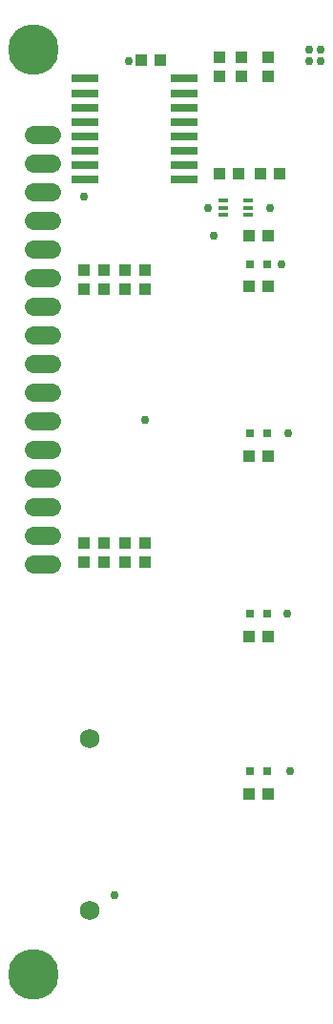
<source format=gts>
G75*
%MOIN*%
%OFA0B0*%
%FSLAX25Y25*%
%IPPOS*%
%LPD*%
%AMOC8*
5,1,8,0,0,1.08239X$1,22.5*
%
%ADD10R,0.04331X0.03937*%
%ADD11R,0.03150X0.03150*%
%ADD12R,0.03937X0.04331*%
%ADD13C,0.06299*%
%ADD14C,0.17717*%
%ADD15C,0.06900*%
%ADD16R,0.09449X0.03150*%
%ADD17R,0.09449X0.02756*%
%ADD18R,0.03346X0.01378*%
%ADD19C,0.02953*%
D10*
X0052843Y0181170D03*
X0052843Y0187863D03*
X0060048Y0187863D03*
X0060048Y0181170D03*
X0067253Y0181170D03*
X0067253Y0187863D03*
X0074457Y0187863D03*
X0074457Y0181170D03*
X0074457Y0276367D03*
X0074457Y0283060D03*
X0067253Y0283060D03*
X0067253Y0276367D03*
X0060048Y0276367D03*
X0060048Y0283060D03*
X0052843Y0283060D03*
X0052843Y0276367D03*
X0072902Y0356426D03*
X0079595Y0356426D03*
X0100225Y0357509D03*
X0100225Y0350816D03*
X0108099Y0350816D03*
X0108099Y0357509D03*
X0117154Y0357509D03*
X0117154Y0350816D03*
X0117351Y0295107D03*
X0110658Y0295107D03*
D11*
X0111052Y0285265D03*
X0116957Y0285265D03*
X0116957Y0226209D03*
X0111052Y0226209D03*
X0111052Y0163217D03*
X0116957Y0163217D03*
X0116957Y0108099D03*
X0111052Y0108099D03*
D12*
X0110658Y0100225D03*
X0117351Y0100225D03*
X0117351Y0155343D03*
X0110658Y0155343D03*
X0110658Y0218335D03*
X0117351Y0218335D03*
X0117351Y0277391D03*
X0110658Y0277391D03*
X0106918Y0316761D03*
X0100225Y0316761D03*
X0114595Y0316761D03*
X0121288Y0316761D03*
D13*
X0041564Y0320540D02*
X0035265Y0320540D01*
X0035265Y0310540D02*
X0041564Y0310540D01*
X0041564Y0300540D02*
X0035265Y0300540D01*
X0035265Y0290540D02*
X0041564Y0290540D01*
X0041564Y0280540D02*
X0035265Y0280540D01*
X0035265Y0270540D02*
X0041564Y0270540D01*
X0041564Y0260540D02*
X0035265Y0260540D01*
X0035265Y0250540D02*
X0041564Y0250540D01*
X0041564Y0240540D02*
X0035265Y0240540D01*
X0035265Y0230540D02*
X0041564Y0230540D01*
X0041564Y0220540D02*
X0035265Y0220540D01*
X0035265Y0210540D02*
X0041564Y0210540D01*
X0041564Y0200540D02*
X0035265Y0200540D01*
X0035265Y0190540D02*
X0041564Y0190540D01*
X0041564Y0180540D02*
X0035265Y0180540D01*
X0035265Y0330540D02*
X0041564Y0330540D01*
D14*
X0035265Y0037233D03*
X0035265Y0360068D03*
D15*
X0054978Y0119597D03*
X0054978Y0059397D03*
D16*
X0053375Y0314812D03*
X0053375Y0350206D03*
X0088020Y0350206D03*
X0088020Y0314812D03*
D17*
X0088020Y0320009D03*
X0088020Y0325009D03*
X0088020Y0330009D03*
X0088020Y0335009D03*
X0088020Y0340009D03*
X0088020Y0345009D03*
X0053375Y0345009D03*
X0053375Y0340009D03*
X0053375Y0335009D03*
X0053375Y0330009D03*
X0053375Y0325009D03*
X0053375Y0320009D03*
D18*
X0101800Y0307509D03*
X0101800Y0304950D03*
X0101800Y0302391D03*
X0110461Y0302391D03*
X0110461Y0304950D03*
X0110461Y0307509D03*
D19*
X0117942Y0304950D03*
X0121879Y0285265D03*
X0098257Y0295107D03*
X0096288Y0304950D03*
X0068729Y0356131D03*
X0052981Y0308887D03*
X0074457Y0230757D03*
X0124241Y0226209D03*
X0124044Y0163217D03*
X0124831Y0108099D03*
X0063611Y0064792D03*
X0131721Y0356131D03*
X0131721Y0360068D03*
X0135658Y0360068D03*
X0135658Y0356131D03*
M02*

</source>
